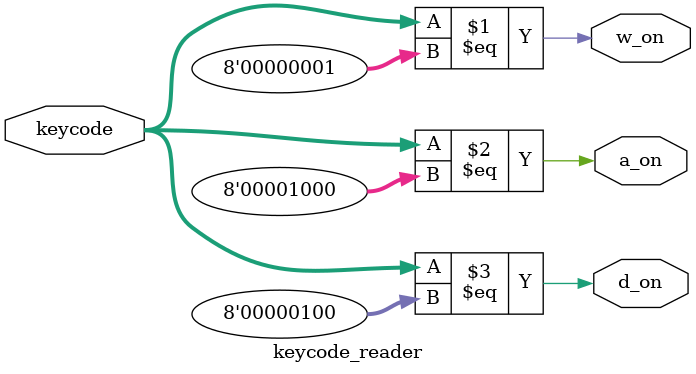
<source format=sv>
module keycode_reader(
    input [7:0] keycode,
    output logic w_on, a_on, d_on
    );

    // Phân tích từng nhóm 2 bit để kiểm tra trạng thái của các phím
    assign w_on = (keycode[7:0]  == 8'd1);//phai bang 1
    assign a_on = (keycode[7:0]  == 8'd8);//phai bang 8
    assign d_on = (keycode[7:0]  == 8'd4);

endmodule
</source>
